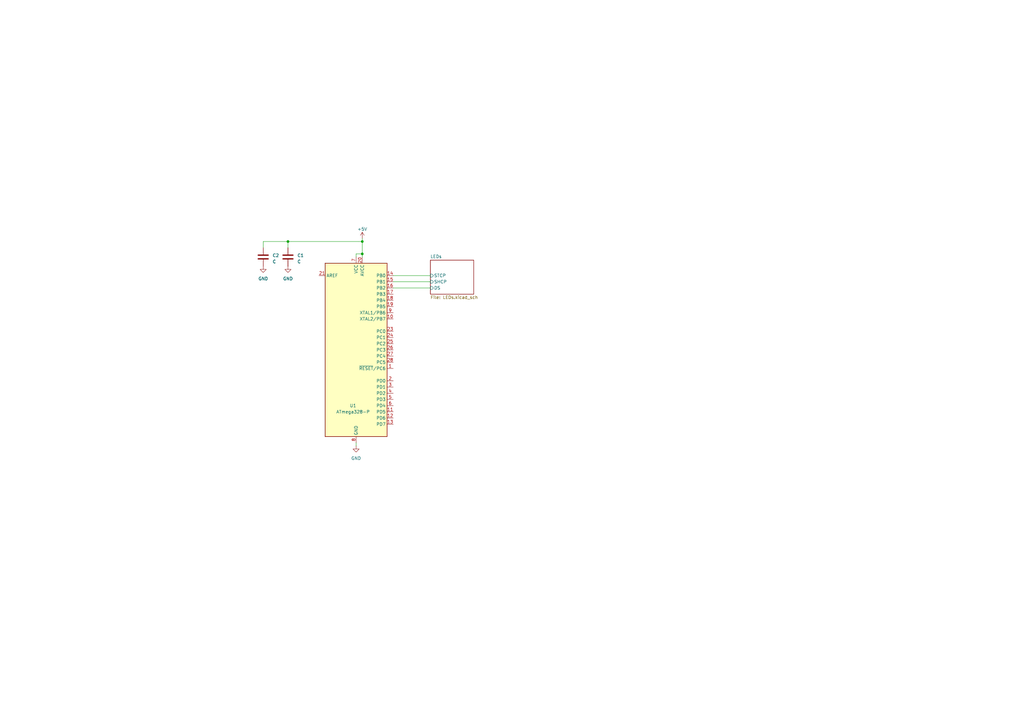
<source format=kicad_sch>
(kicad_sch (version 20230121) (generator eeschema)

  (uuid 29f0fd9e-aedc-419d-8b47-92fe1522bf67)

  (paper "A3")

  (lib_symbols
    (symbol "Device:C" (pin_numbers hide) (pin_names (offset 0.254)) (in_bom yes) (on_board yes)
      (property "Reference" "C" (at 0.635 2.54 0)
        (effects (font (size 1.27 1.27)) (justify left))
      )
      (property "Value" "C" (at 0.635 -2.54 0)
        (effects (font (size 1.27 1.27)) (justify left))
      )
      (property "Footprint" "" (at 0.9652 -3.81 0)
        (effects (font (size 1.27 1.27)) hide)
      )
      (property "Datasheet" "~" (at 0 0 0)
        (effects (font (size 1.27 1.27)) hide)
      )
      (property "ki_keywords" "cap capacitor" (at 0 0 0)
        (effects (font (size 1.27 1.27)) hide)
      )
      (property "ki_description" "Unpolarized capacitor" (at 0 0 0)
        (effects (font (size 1.27 1.27)) hide)
      )
      (property "ki_fp_filters" "C_*" (at 0 0 0)
        (effects (font (size 1.27 1.27)) hide)
      )
      (symbol "C_0_1"
        (polyline
          (pts
            (xy -2.032 -0.762)
            (xy 2.032 -0.762)
          )
          (stroke (width 0.508) (type default))
          (fill (type none))
        )
        (polyline
          (pts
            (xy -2.032 0.762)
            (xy 2.032 0.762)
          )
          (stroke (width 0.508) (type default))
          (fill (type none))
        )
      )
      (symbol "C_1_1"
        (pin passive line (at 0 3.81 270) (length 2.794)
          (name "~" (effects (font (size 1.27 1.27))))
          (number "1" (effects (font (size 1.27 1.27))))
        )
        (pin passive line (at 0 -3.81 90) (length 2.794)
          (name "~" (effects (font (size 1.27 1.27))))
          (number "2" (effects (font (size 1.27 1.27))))
        )
      )
    )
    (symbol "MCU_Microchip_ATmega:ATmega328-P" (in_bom yes) (on_board yes)
      (property "Reference" "U" (at -12.7 36.83 0)
        (effects (font (size 1.27 1.27)) (justify left bottom))
      )
      (property "Value" "ATmega328-P" (at 2.54 -36.83 0)
        (effects (font (size 1.27 1.27)) (justify left top))
      )
      (property "Footprint" "Package_DIP:DIP-28_W7.62mm" (at 0 0 0)
        (effects (font (size 1.27 1.27) italic) hide)
      )
      (property "Datasheet" "http://ww1.microchip.com/downloads/en/DeviceDoc/ATmega328_P%20AVR%20MCU%20with%20picoPower%20Technology%20Data%20Sheet%2040001984A.pdf" (at 0 0 0)
        (effects (font (size 1.27 1.27)) hide)
      )
      (property "ki_keywords" "AVR 8bit Microcontroller MegaAVR" (at 0 0 0)
        (effects (font (size 1.27 1.27)) hide)
      )
      (property "ki_description" "20MHz, 32kB Flash, 2kB SRAM, 1kB EEPROM, DIP-28" (at 0 0 0)
        (effects (font (size 1.27 1.27)) hide)
      )
      (property "ki_fp_filters" "DIP*W7.62mm*" (at 0 0 0)
        (effects (font (size 1.27 1.27)) hide)
      )
      (symbol "ATmega328-P_0_1"
        (rectangle (start -12.7 -35.56) (end 12.7 35.56)
          (stroke (width 0.254) (type default))
          (fill (type background))
        )
      )
      (symbol "ATmega328-P_1_1"
        (pin bidirectional line (at 15.24 -7.62 180) (length 2.54)
          (name "~{RESET}/PC6" (effects (font (size 1.27 1.27))))
          (number "1" (effects (font (size 1.27 1.27))))
        )
        (pin bidirectional line (at 15.24 12.7 180) (length 2.54)
          (name "XTAL2/PB7" (effects (font (size 1.27 1.27))))
          (number "10" (effects (font (size 1.27 1.27))))
        )
        (pin bidirectional line (at 15.24 -25.4 180) (length 2.54)
          (name "PD5" (effects (font (size 1.27 1.27))))
          (number "11" (effects (font (size 1.27 1.27))))
        )
        (pin bidirectional line (at 15.24 -27.94 180) (length 2.54)
          (name "PD6" (effects (font (size 1.27 1.27))))
          (number "12" (effects (font (size 1.27 1.27))))
        )
        (pin bidirectional line (at 15.24 -30.48 180) (length 2.54)
          (name "PD7" (effects (font (size 1.27 1.27))))
          (number "13" (effects (font (size 1.27 1.27))))
        )
        (pin bidirectional line (at 15.24 30.48 180) (length 2.54)
          (name "PB0" (effects (font (size 1.27 1.27))))
          (number "14" (effects (font (size 1.27 1.27))))
        )
        (pin bidirectional line (at 15.24 27.94 180) (length 2.54)
          (name "PB1" (effects (font (size 1.27 1.27))))
          (number "15" (effects (font (size 1.27 1.27))))
        )
        (pin bidirectional line (at 15.24 25.4 180) (length 2.54)
          (name "PB2" (effects (font (size 1.27 1.27))))
          (number "16" (effects (font (size 1.27 1.27))))
        )
        (pin bidirectional line (at 15.24 22.86 180) (length 2.54)
          (name "PB3" (effects (font (size 1.27 1.27))))
          (number "17" (effects (font (size 1.27 1.27))))
        )
        (pin bidirectional line (at 15.24 20.32 180) (length 2.54)
          (name "PB4" (effects (font (size 1.27 1.27))))
          (number "18" (effects (font (size 1.27 1.27))))
        )
        (pin bidirectional line (at 15.24 17.78 180) (length 2.54)
          (name "PB5" (effects (font (size 1.27 1.27))))
          (number "19" (effects (font (size 1.27 1.27))))
        )
        (pin bidirectional line (at 15.24 -12.7 180) (length 2.54)
          (name "PD0" (effects (font (size 1.27 1.27))))
          (number "2" (effects (font (size 1.27 1.27))))
        )
        (pin power_in line (at 2.54 38.1 270) (length 2.54)
          (name "AVCC" (effects (font (size 1.27 1.27))))
          (number "20" (effects (font (size 1.27 1.27))))
        )
        (pin passive line (at -15.24 30.48 0) (length 2.54)
          (name "AREF" (effects (font (size 1.27 1.27))))
          (number "21" (effects (font (size 1.27 1.27))))
        )
        (pin passive line (at 0 -38.1 90) (length 2.54) hide
          (name "GND" (effects (font (size 1.27 1.27))))
          (number "22" (effects (font (size 1.27 1.27))))
        )
        (pin bidirectional line (at 15.24 7.62 180) (length 2.54)
          (name "PC0" (effects (font (size 1.27 1.27))))
          (number "23" (effects (font (size 1.27 1.27))))
        )
        (pin bidirectional line (at 15.24 5.08 180) (length 2.54)
          (name "PC1" (effects (font (size 1.27 1.27))))
          (number "24" (effects (font (size 1.27 1.27))))
        )
        (pin bidirectional line (at 15.24 2.54 180) (length 2.54)
          (name "PC2" (effects (font (size 1.27 1.27))))
          (number "25" (effects (font (size 1.27 1.27))))
        )
        (pin bidirectional line (at 15.24 0 180) (length 2.54)
          (name "PC3" (effects (font (size 1.27 1.27))))
          (number "26" (effects (font (size 1.27 1.27))))
        )
        (pin bidirectional line (at 15.24 -2.54 180) (length 2.54)
          (name "PC4" (effects (font (size 1.27 1.27))))
          (number "27" (effects (font (size 1.27 1.27))))
        )
        (pin bidirectional line (at 15.24 -5.08 180) (length 2.54)
          (name "PC5" (effects (font (size 1.27 1.27))))
          (number "28" (effects (font (size 1.27 1.27))))
        )
        (pin bidirectional line (at 15.24 -15.24 180) (length 2.54)
          (name "PD1" (effects (font (size 1.27 1.27))))
          (number "3" (effects (font (size 1.27 1.27))))
        )
        (pin bidirectional line (at 15.24 -17.78 180) (length 2.54)
          (name "PD2" (effects (font (size 1.27 1.27))))
          (number "4" (effects (font (size 1.27 1.27))))
        )
        (pin bidirectional line (at 15.24 -20.32 180) (length 2.54)
          (name "PD3" (effects (font (size 1.27 1.27))))
          (number "5" (effects (font (size 1.27 1.27))))
        )
        (pin bidirectional line (at 15.24 -22.86 180) (length 2.54)
          (name "PD4" (effects (font (size 1.27 1.27))))
          (number "6" (effects (font (size 1.27 1.27))))
        )
        (pin power_in line (at 0 38.1 270) (length 2.54)
          (name "VCC" (effects (font (size 1.27 1.27))))
          (number "7" (effects (font (size 1.27 1.27))))
        )
        (pin power_in line (at 0 -38.1 90) (length 2.54)
          (name "GND" (effects (font (size 1.27 1.27))))
          (number "8" (effects (font (size 1.27 1.27))))
        )
        (pin bidirectional line (at 15.24 15.24 180) (length 2.54)
          (name "XTAL1/PB6" (effects (font (size 1.27 1.27))))
          (number "9" (effects (font (size 1.27 1.27))))
        )
      )
    )
    (symbol "power:+5V" (power) (pin_names (offset 0)) (in_bom yes) (on_board yes)
      (property "Reference" "#PWR" (at 0 -3.81 0)
        (effects (font (size 1.27 1.27)) hide)
      )
      (property "Value" "+5V" (at 0 3.556 0)
        (effects (font (size 1.27 1.27)))
      )
      (property "Footprint" "" (at 0 0 0)
        (effects (font (size 1.27 1.27)) hide)
      )
      (property "Datasheet" "" (at 0 0 0)
        (effects (font (size 1.27 1.27)) hide)
      )
      (property "ki_keywords" "global power" (at 0 0 0)
        (effects (font (size 1.27 1.27)) hide)
      )
      (property "ki_description" "Power symbol creates a global label with name \"+5V\"" (at 0 0 0)
        (effects (font (size 1.27 1.27)) hide)
      )
      (symbol "+5V_0_1"
        (polyline
          (pts
            (xy -0.762 1.27)
            (xy 0 2.54)
          )
          (stroke (width 0) (type default))
          (fill (type none))
        )
        (polyline
          (pts
            (xy 0 0)
            (xy 0 2.54)
          )
          (stroke (width 0) (type default))
          (fill (type none))
        )
        (polyline
          (pts
            (xy 0 2.54)
            (xy 0.762 1.27)
          )
          (stroke (width 0) (type default))
          (fill (type none))
        )
      )
      (symbol "+5V_1_1"
        (pin power_in line (at 0 0 90) (length 0) hide
          (name "+5V" (effects (font (size 1.27 1.27))))
          (number "1" (effects (font (size 1.27 1.27))))
        )
      )
    )
    (symbol "power:GND" (power) (pin_names (offset 0)) (in_bom yes) (on_board yes)
      (property "Reference" "#PWR" (at 0 -6.35 0)
        (effects (font (size 1.27 1.27)) hide)
      )
      (property "Value" "GND" (at 0 -3.81 0)
        (effects (font (size 1.27 1.27)))
      )
      (property "Footprint" "" (at 0 0 0)
        (effects (font (size 1.27 1.27)) hide)
      )
      (property "Datasheet" "" (at 0 0 0)
        (effects (font (size 1.27 1.27)) hide)
      )
      (property "ki_keywords" "global power" (at 0 0 0)
        (effects (font (size 1.27 1.27)) hide)
      )
      (property "ki_description" "Power symbol creates a global label with name \"GND\" , ground" (at 0 0 0)
        (effects (font (size 1.27 1.27)) hide)
      )
      (symbol "GND_0_1"
        (polyline
          (pts
            (xy 0 0)
            (xy 0 -1.27)
            (xy 1.27 -1.27)
            (xy 0 -2.54)
            (xy -1.27 -1.27)
            (xy 0 -1.27)
          )
          (stroke (width 0) (type default))
          (fill (type none))
        )
      )
      (symbol "GND_1_1"
        (pin power_in line (at 0 0 270) (length 0) hide
          (name "GND" (effects (font (size 1.27 1.27))))
          (number "1" (effects (font (size 1.27 1.27))))
        )
      )
    )
  )

  (junction (at 148.59 104.14) (diameter 0) (color 0 0 0 0)
    (uuid 61a98bc8-5dfc-4a1b-97ed-3b4bf04e4e5e)
  )
  (junction (at 148.59 99.06) (diameter 0) (color 0 0 0 0)
    (uuid ae56a0aa-10dc-4a9e-bbce-1e853ede0968)
  )
  (junction (at 118.11 99.06) (diameter 0) (color 0 0 0 0)
    (uuid e030f703-562f-4057-82a2-1c759e7866e8)
  )

  (wire (pts (xy 161.29 115.57) (xy 176.53 115.57))
    (stroke (width 0) (type default))
    (uuid 14122085-c12a-4ed5-8ca6-aaf3702fb283)
  )
  (wire (pts (xy 118.11 99.06) (xy 148.59 99.06))
    (stroke (width 0) (type default))
    (uuid 18232b00-ef82-4236-932b-a8d51eae8c63)
  )
  (wire (pts (xy 161.29 118.11) (xy 176.53 118.11))
    (stroke (width 0) (type default))
    (uuid 1e2156a3-c7b3-4071-9160-26eb839ea104)
  )
  (wire (pts (xy 107.95 101.6) (xy 107.95 99.06))
    (stroke (width 0) (type default))
    (uuid 3a1bf73d-5b78-4362-9bab-7cc76c56b57f)
  )
  (wire (pts (xy 146.05 181.61) (xy 146.05 182.88))
    (stroke (width 0) (type default))
    (uuid 41885376-bba7-4ac2-8dc7-06112371fd77)
  )
  (wire (pts (xy 161.29 113.03) (xy 176.53 113.03))
    (stroke (width 0) (type default))
    (uuid 4e942aef-c282-48b4-a939-1e9a0537f36a)
  )
  (wire (pts (xy 148.59 99.06) (xy 148.59 97.79))
    (stroke (width 0) (type default))
    (uuid 59525deb-a30b-4c9a-b995-619ef208004d)
  )
  (wire (pts (xy 148.59 105.41) (xy 148.59 104.14))
    (stroke (width 0) (type default))
    (uuid 605f8577-f623-41f8-bb91-ad78f360e19d)
  )
  (wire (pts (xy 148.59 99.06) (xy 148.59 104.14))
    (stroke (width 0) (type default))
    (uuid 848a5775-4009-4a8b-a028-a0c38fbc8e67)
  )
  (wire (pts (xy 118.11 99.06) (xy 118.11 101.6))
    (stroke (width 0) (type default))
    (uuid 877cc08b-8d18-4b3a-86f3-3c533c266a73)
  )
  (wire (pts (xy 107.95 99.06) (xy 118.11 99.06))
    (stroke (width 0) (type default))
    (uuid d1e78057-dd8d-48a0-a55e-ae2ad7330620)
  )
  (wire (pts (xy 146.05 104.14) (xy 148.59 104.14))
    (stroke (width 0) (type default))
    (uuid d2f4ae7d-358d-4d84-8cb2-7355acb82916)
  )
  (wire (pts (xy 146.05 105.41) (xy 146.05 104.14))
    (stroke (width 0) (type default))
    (uuid fda93592-dad2-44ea-902f-9d74ff29f71c)
  )

  (symbol (lib_id "MCU_Microchip_ATmega:ATmega328-P") (at 146.05 143.51 0) (unit 1)
    (in_bom yes) (on_board yes) (dnp no)
    (uuid 044b1f4a-0740-40b1-b5f1-c20feac93d66)
    (property "Reference" "U1" (at 144.78 166.37 0)
      (effects (font (size 1.27 1.27)))
    )
    (property "Value" "ATmega328-P" (at 144.78 168.91 0)
      (effects (font (size 1.27 1.27)))
    )
    (property "Footprint" "Package_DIP:DIP-28_W7.62mm" (at 146.05 143.51 0)
      (effects (font (size 1.27 1.27) italic) hide)
    )
    (property "Datasheet" "http://ww1.microchip.com/downloads/en/DeviceDoc/ATmega328_P%20AVR%20MCU%20with%20picoPower%20Technology%20Data%20Sheet%2040001984A.pdf" (at 146.05 143.51 0)
      (effects (font (size 1.27 1.27)) hide)
    )
    (pin "1" (uuid 8f382488-dcc5-4b3b-b283-17139197632b))
    (pin "10" (uuid 44fc950f-f3ef-45e0-aa01-bf5aeea09e84))
    (pin "11" (uuid 24d330de-9d2f-4be6-8c53-0ffce1bec9f3))
    (pin "12" (uuid bbdfe4f7-a513-4782-9a34-35d866e1b3b2))
    (pin "13" (uuid 5c300cd1-da8e-4761-9574-771afbf0e12b))
    (pin "14" (uuid 525370ba-f573-44ef-bd8c-5e851a75dfaf))
    (pin "15" (uuid 20bfafe5-e095-4794-95d8-c43818b36aa1))
    (pin "16" (uuid 8ad52598-9fcc-4793-bd86-ffc392e50298))
    (pin "17" (uuid 6f71ba75-56f9-49f5-91f6-4d138beb1a36))
    (pin "18" (uuid 7fe23e3c-1182-42cc-bc8f-ff80ebdf17cf))
    (pin "19" (uuid 6b72098c-c2bd-420e-9e47-a92a207bf479))
    (pin "2" (uuid b8beb525-4c81-43a5-846f-095965190434))
    (pin "20" (uuid 8394930d-c787-4985-9ceb-e119e74cfec3))
    (pin "21" (uuid b06383c3-bd97-4de7-8cb8-ae7fee37de54))
    (pin "22" (uuid afa65ac3-8503-4f28-92b3-c7383b4c327a))
    (pin "23" (uuid bca1f3b3-4bbd-4a51-8942-7d03c4e4952c))
    (pin "24" (uuid 320bb5fd-e433-4776-821d-13c7baf5fa4c))
    (pin "25" (uuid 98dd6dd1-649e-4164-898c-ce860d7efb87))
    (pin "26" (uuid c61fcfa2-a201-4cd8-8ca1-c2a7f43624a9))
    (pin "27" (uuid 8e353dcc-034f-4e7b-9447-cf181561515f))
    (pin "28" (uuid 43b87ce6-d92d-46d7-9e17-d55d67fb7214))
    (pin "3" (uuid 54a6a903-7dd4-4ac4-a346-9121ea4f8331))
    (pin "4" (uuid 46cfc062-ed70-47f4-84c3-5e305bc5798d))
    (pin "5" (uuid 8e1a054b-f0c3-41a3-8ce1-a31d00d5b959))
    (pin "6" (uuid 6b24d826-8a65-4b8a-94ca-d7c1c98b4a43))
    (pin "7" (uuid a7537183-5eb3-4766-b49e-d8c0676ca5b2))
    (pin "8" (uuid 46a887cc-dc33-4577-9a68-2fc8cbe9d818))
    (pin "9" (uuid 16da3900-3cb1-46ac-9b3e-e705ec76dfcd))
    (instances
      (project "HikeBadge"
        (path "/29f0fd9e-aedc-419d-8b47-92fe1522bf67"
          (reference "U1") (unit 1)
        )
      )
    )
  )

  (symbol (lib_id "Device:C") (at 118.11 105.41 0) (unit 1)
    (in_bom yes) (on_board yes) (dnp no) (fields_autoplaced)
    (uuid 0d758441-98e7-4bc4-a7b8-03d9732668ab)
    (property "Reference" "C1" (at 121.92 104.775 0)
      (effects (font (size 1.27 1.27)) (justify left))
    )
    (property "Value" "C" (at 121.92 107.315 0)
      (effects (font (size 1.27 1.27)) (justify left))
    )
    (property "Footprint" "" (at 119.0752 109.22 0)
      (effects (font (size 1.27 1.27)) hide)
    )
    (property "Datasheet" "~" (at 118.11 105.41 0)
      (effects (font (size 1.27 1.27)) hide)
    )
    (pin "1" (uuid 3a1cf11b-72c8-4387-800e-e4b751764a74))
    (pin "2" (uuid 36efe18f-99b1-41fe-98d6-e4571a24ce14))
    (instances
      (project "HikeBadge"
        (path "/29f0fd9e-aedc-419d-8b47-92fe1522bf67"
          (reference "C1") (unit 1)
        )
      )
    )
  )

  (symbol (lib_id "power:GND") (at 146.05 182.88 0) (unit 1)
    (in_bom yes) (on_board yes) (dnp no) (fields_autoplaced)
    (uuid 84d93d72-2038-47f0-a387-cf65758c3edc)
    (property "Reference" "#PWR01" (at 146.05 189.23 0)
      (effects (font (size 1.27 1.27)) hide)
    )
    (property "Value" "GND" (at 146.05 187.96 0)
      (effects (font (size 1.27 1.27)))
    )
    (property "Footprint" "" (at 146.05 182.88 0)
      (effects (font (size 1.27 1.27)) hide)
    )
    (property "Datasheet" "" (at 146.05 182.88 0)
      (effects (font (size 1.27 1.27)) hide)
    )
    (pin "1" (uuid ba5eea59-a129-42aa-a39c-6d99f36196d6))
    (instances
      (project "HikeBadge"
        (path "/29f0fd9e-aedc-419d-8b47-92fe1522bf67"
          (reference "#PWR01") (unit 1)
        )
      )
    )
  )

  (symbol (lib_id "power:GND") (at 118.11 109.22 0) (unit 1)
    (in_bom yes) (on_board yes) (dnp no) (fields_autoplaced)
    (uuid 8b80077f-3397-44e6-91bd-6321fa213b2e)
    (property "Reference" "#PWR03" (at 118.11 115.57 0)
      (effects (font (size 1.27 1.27)) hide)
    )
    (property "Value" "GND" (at 118.11 114.3 0)
      (effects (font (size 1.27 1.27)))
    )
    (property "Footprint" "" (at 118.11 109.22 0)
      (effects (font (size 1.27 1.27)) hide)
    )
    (property "Datasheet" "" (at 118.11 109.22 0)
      (effects (font (size 1.27 1.27)) hide)
    )
    (pin "1" (uuid fc8aed5b-a5b7-4ccf-b4d5-c448691c322c))
    (instances
      (project "HikeBadge"
        (path "/29f0fd9e-aedc-419d-8b47-92fe1522bf67"
          (reference "#PWR03") (unit 1)
        )
      )
    )
  )

  (symbol (lib_id "power:GND") (at 107.95 109.22 0) (unit 1)
    (in_bom yes) (on_board yes) (dnp no) (fields_autoplaced)
    (uuid aa8747e2-ea9a-4646-aa3d-34f1bc19674b)
    (property "Reference" "#PWR02" (at 107.95 115.57 0)
      (effects (font (size 1.27 1.27)) hide)
    )
    (property "Value" "GND" (at 107.95 114.3 0)
      (effects (font (size 1.27 1.27)))
    )
    (property "Footprint" "" (at 107.95 109.22 0)
      (effects (font (size 1.27 1.27)) hide)
    )
    (property "Datasheet" "" (at 107.95 109.22 0)
      (effects (font (size 1.27 1.27)) hide)
    )
    (pin "1" (uuid 2ca62197-f7f8-43ac-9015-ec231a0330ad))
    (instances
      (project "HikeBadge"
        (path "/29f0fd9e-aedc-419d-8b47-92fe1522bf67"
          (reference "#PWR02") (unit 1)
        )
      )
    )
  )

  (symbol (lib_id "power:+5V") (at 148.59 97.79 0) (unit 1)
    (in_bom yes) (on_board yes) (dnp no) (fields_autoplaced)
    (uuid b5865a54-51f3-481b-aef7-748dbced7277)
    (property "Reference" "#PWR04" (at 148.59 101.6 0)
      (effects (font (size 1.27 1.27)) hide)
    )
    (property "Value" "+5V" (at 148.59 93.98 0)
      (effects (font (size 1.27 1.27)))
    )
    (property "Footprint" "" (at 148.59 97.79 0)
      (effects (font (size 1.27 1.27)) hide)
    )
    (property "Datasheet" "" (at 148.59 97.79 0)
      (effects (font (size 1.27 1.27)) hide)
    )
    (pin "1" (uuid fb5bf082-243d-4f73-ab91-b4ac8f200d53))
    (instances
      (project "HikeBadge"
        (path "/29f0fd9e-aedc-419d-8b47-92fe1522bf67"
          (reference "#PWR04") (unit 1)
        )
      )
    )
  )

  (symbol (lib_id "Device:C") (at 107.95 105.41 0) (unit 1)
    (in_bom yes) (on_board yes) (dnp no) (fields_autoplaced)
    (uuid e6ac38fb-4805-49f8-af45-d9b9ce04df65)
    (property "Reference" "C2" (at 111.76 104.775 0)
      (effects (font (size 1.27 1.27)) (justify left))
    )
    (property "Value" "C" (at 111.76 107.315 0)
      (effects (font (size 1.27 1.27)) (justify left))
    )
    (property "Footprint" "" (at 108.9152 109.22 0)
      (effects (font (size 1.27 1.27)) hide)
    )
    (property "Datasheet" "~" (at 107.95 105.41 0)
      (effects (font (size 1.27 1.27)) hide)
    )
    (pin "1" (uuid 97bce7af-5ffe-43dc-aad5-0a46009f53ee))
    (pin "2" (uuid b19a28d1-e6f8-4558-86da-ed60c5143796))
    (instances
      (project "HikeBadge"
        (path "/29f0fd9e-aedc-419d-8b47-92fe1522bf67"
          (reference "C2") (unit 1)
        )
      )
    )
  )

  (sheet (at 176.53 106.68) (size 17.78 13.97) (fields_autoplaced)
    (stroke (width 0.1524) (type solid))
    (fill (color 0 0 0 0.0000))
    (uuid c5f6dcd1-f752-483b-b8ab-2a95755d71fe)
    (property "Sheetname" "LEDs" (at 176.53 105.9684 0)
      (effects (font (size 1.27 1.27)) (justify left bottom))
    )
    (property "Sheetfile" "LEDs.kicad_sch" (at 176.53 121.2346 0)
      (effects (font (size 1.27 1.27)) (justify left top))
    )
    (pin "STCP" input (at 176.53 113.03 180)
      (effects (font (size 1.27 1.27)) (justify left))
      (uuid a8ff6f51-951e-4b4a-a1b9-2e19bb40f2c6)
    )
    (pin "SHCP" input (at 176.53 115.57 180)
      (effects (font (size 1.27 1.27)) (justify left))
      (uuid b7503593-f43d-4931-8d48-d9a533e737c3)
    )
    (pin "DS" input (at 176.53 118.11 180)
      (effects (font (size 1.27 1.27)) (justify left))
      (uuid 53b039a4-f1b2-473f-9622-7d72d1548e7c)
    )
    (instances
      (project "HikeBadge"
        (path "/29f0fd9e-aedc-419d-8b47-92fe1522bf67" (page "2"))
      )
    )
  )

  (sheet_instances
    (path "/" (page "1"))
  )
)

</source>
